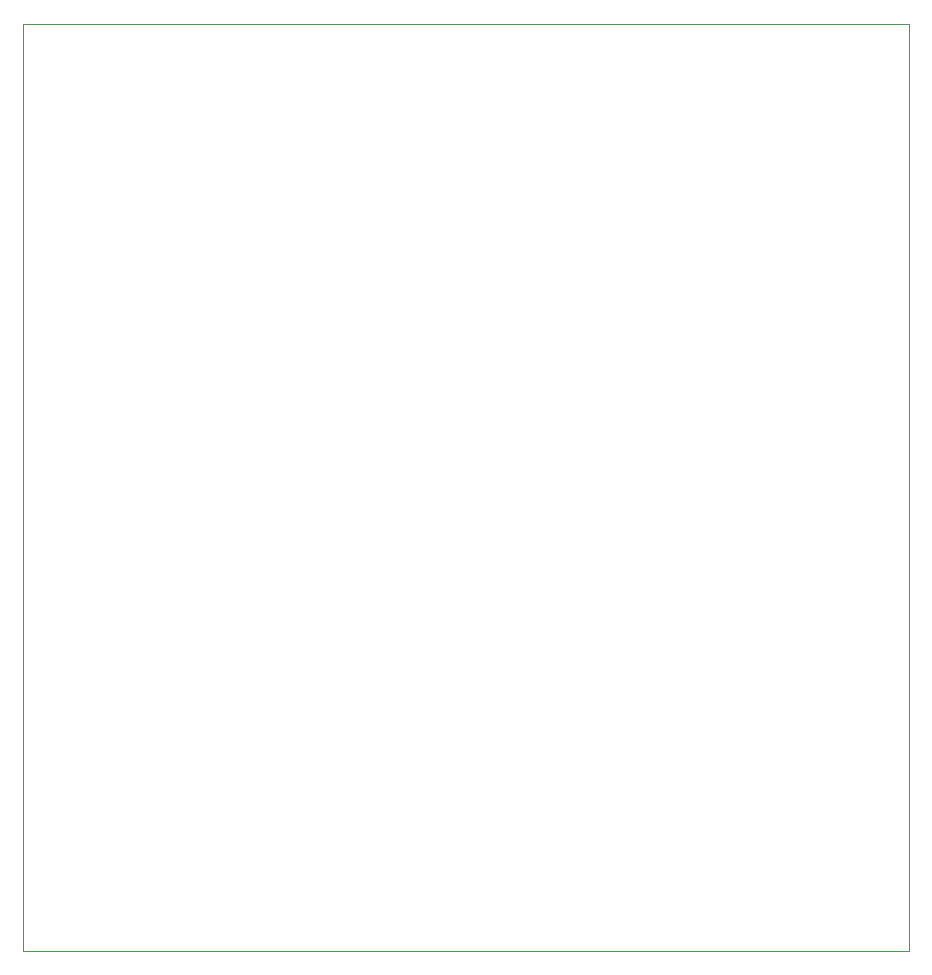
<source format=gm1>
G04 #@! TF.GenerationSoftware,KiCad,Pcbnew,(5.1.2)-1*
G04 #@! TF.CreationDate,2019-07-25T21:05:54-07:00*
G04 #@! TF.ProjectId,DashSight-Mezzanine-Card,44617368-5369-4676-9874-2d4d657a7a61,rev?*
G04 #@! TF.SameCoordinates,Original*
G04 #@! TF.FileFunction,Profile,NP*
%FSLAX46Y46*%
G04 Gerber Fmt 4.6, Leading zero omitted, Abs format (unit mm)*
G04 Created by KiCad (PCBNEW (5.1.2)-1) date 2019-07-25 21:05:54*
%MOMM*%
%LPD*%
G04 APERTURE LIST*
%ADD10C,0.100000*%
G04 APERTURE END LIST*
D10*
X125000000Y-125000000D02*
X124968000Y-46500000D01*
X200000000Y-125000000D02*
X125000000Y-125000000D01*
X200025000Y-46500000D02*
X200000000Y-125000000D01*
X124968000Y-46500000D02*
X200025000Y-46500000D01*
M02*

</source>
